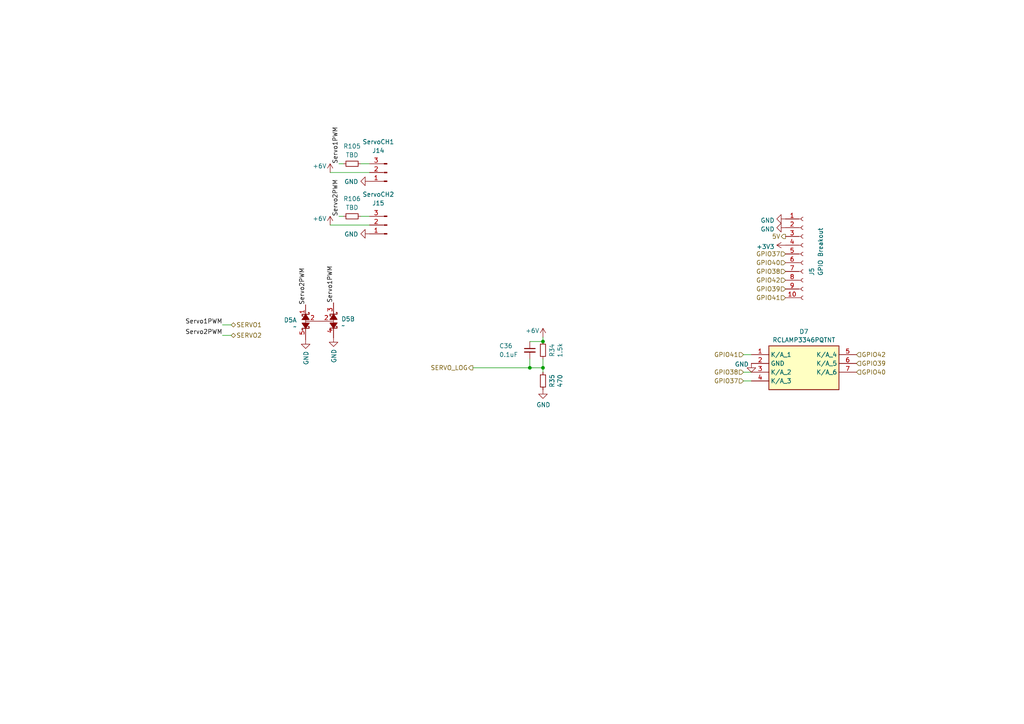
<source format=kicad_sch>
(kicad_sch (version 20231120) (generator "eeschema") (generator_version "8.0")
  (paper "A4")
  (lib_symbols
    (symbol "CPDV5-3V3UP_1"
      (property "Reference" "D" (at 0 -6.85 0))
      (symbol "CPDV5-3V3UP_1_0_1"
        (polyline (pts (xy 0 -17.002) (xy 0 -15.478)))
        (polyline (pts (xy 0 -16.24) (xy 0 -13.7)))
        (polyline (pts (xy 0 -12.938) (xy 0 -14.462)))
        (polyline (pts (xy -1.016 -14.462) (xy 0 -12.938) (xy 1.016 -14.462) (xy -1.016 -14.462)) (stroke (width 0.254)) (fill (type outline)))
        (polyline (pts (xy 1.016 -15.478) (xy 0 -17.002) (xy -1.016 -15.478) (xy 1.016 -15.478)) (stroke (width 0.254)) (fill (type outline)))
        (polyline (pts (xy -0.762 -17.51) (xy -1.016 -17.51) (xy -1.016 -17.002) (xy 1.016 -17.002) (xy 1.016 -16.494) (xy 0.762 -16.494)) (stroke (width 0.254)))
        (polyline (pts (xy 0.762 -12.43) (xy 1.016 -12.43) (xy 1.016 -12.938) (xy -1.016 -12.938) (xy -1.016 -13.446) (xy -0.762 -13.446)) (stroke (width 0.254)))
      )
      (symbol "CPDV5-3V3UP_1_1_1"
        (pin passive line (at 0 -10.16 270) (length 4) (name "") (number "1"))
        (pin passive line (at 3.985 -14.9344 180) (length 4) (name "") (number "2"))
        (pin passive line (at 0 -20.32 90) (length 4) (name "") (number "5"))
      )
      (symbol "CPDV5-3V3UP_1_2_1"
        (pin passive line (at 4.1083 -14.9652 180) (length 4) (name "") (number "2"))
        (pin passive line (at 0 -20.32 90) (length 4) (name "") (number "3"))
        (pin passive line (at 0 -10.16 270) (length 4) (name "") (number "4"))
      )
    )
    (symbol "Connector:Conn_01x03_Male" (pin_names (offset 1.016) hide)
      (property "Reference" "J" (at 0 5.08 0))
      (property "Value" "Conn_01x03_Male" (at 0 -5.08 0))
      (symbol "Conn_01x03_Male_1_1"
        (polyline (pts (xy 1.27 -2.54) (xy 0.8636 -2.54)) (stroke (width 0.1524)))
        (polyline (pts (xy 1.27 0) (xy 0.8636 0)) (stroke (width 0.1524)))
        (polyline (pts (xy 1.27 2.54) (xy 0.8636 2.54)) (stroke (width 0.1524)))
        (rectangle (start 0.8636 -2.413) (end 0 -2.667) (stroke (width 0.1524)) (fill (type outline)))
        (rectangle (start 0.8636 0.127) (end 0 -0.127) (stroke (width 0.1524)) (fill (type outline)))
        (rectangle (start 0.8636 2.667) (end 0 2.413) (stroke (width 0.1524)) (fill (type outline)))
        (pin passive line (at 5.08 2.54 180) (length 3.81) (name "Pin_1") (number "1"))
        (pin passive line (at 5.08 0 180) (length 3.81) (name "Pin_2") (number "2"))
        (pin passive line (at 5.08 -2.54 180) (length 3.81) (name "Pin_3") (number "3"))
      )
    )
    (symbol "Connector:Conn_01x10_Socket" (pin_names (offset 1.016) hide)
      (property "Reference" "J" (at 0 12.7 0))
      (property "Value" "Conn_01x10_Socket" (at 0 -15.24 0))
      (symbol "Conn_01x10_Socket_1_1"
        (arc (start 0 -12.192) (mid -0.5058 -12.7) (end 0 -13.208) (stroke (width 0.1524)))
        (arc (start 0 -9.652) (mid -0.5058 -10.16) (end 0 -10.668) (stroke (width 0.1524)))
        (arc (start 0 -7.112) (mid -0.5058 -7.62) (end 0 -8.128) (stroke (width 0.1524)))
        (arc (start 0 -4.572) (mid -0.5058 -5.08) (end 0 -5.588) (stroke (width 0.1524)))
        (arc (start 0 -2.032) (mid -0.5058 -2.54) (end 0 -3.048) (stroke (width 0.1524)))
        (polyline (pts (xy -1.27 -12.7) (xy -0.508 -12.7)) (stroke (width 0.1524)))
        (polyline (pts (xy -1.27 -10.16) (xy -0.508 -10.16)) (stroke (width 0.1524)))
        (polyline (pts (xy -1.27 -7.62) (xy -0.508 -7.62)) (stroke (width 0.1524)))
        (polyline (pts (xy -1.27 -5.08) (xy -0.508 -5.08)) (stroke (width 0.1524)))
        (polyline (pts (xy -1.27 -2.54) (xy -0.508 -2.54)) (stroke (width 0.1524)))
        (polyline (pts (xy -1.27 0) (xy -0.508 0)) (stroke (width 0.1524)))
        (polyline (pts (xy -1.27 2.54) (xy -0.508 2.54)) (stroke (width 0.1524)))
        (polyline (pts (xy -1.27 5.08) (xy -0.508 5.08)) (stroke (width 0.1524)))
        (polyline (pts (xy -1.27 7.62) (xy -0.508 7.62)) (stroke (width 0.1524)))
        (polyline (pts (xy -1.27 10.16) (xy -0.508 10.16)) (stroke (width 0.1524)))
        (arc (start 0 0.508) (mid -0.5058 0) (end 0 -0.508) (stroke (width 0.1524)))
        (arc (start 0 3.048) (mid -0.5058 2.54) (end 0 2.032) (stroke (width 0.1524)))
        (arc (start 0 5.588) (mid -0.5058 5.08) (end 0 4.572) (stroke (width 0.1524)))
        (arc (start 0 8.128) (mid -0.5058 7.62) (end 0 7.112) (stroke (width 0.1524)))
        (arc (start 0 10.668) (mid -0.5058 10.16) (end 0 9.652) (stroke (width 0.1524)))
        (pin passive line (at -5.08 10.16 0) (length 3.81) (name "Pin_1") (number "1"))
        (pin passive line (at -5.08 -12.7 0) (length 3.81) (name "Pin_10") (number "10"))
        (pin passive line (at -5.08 7.62 0) (length 3.81) (name "Pin_2") (number "2"))
        (pin passive line (at -5.08 5.08 0) (length 3.81) (name "Pin_3") (number "3"))
        (pin passive line (at -5.08 2.54 0) (length 3.81) (name "Pin_4") (number "4"))
        (pin passive line (at -5.08 0 0) (length 3.81) (name "Pin_5") (number "5"))
        (pin passive line (at -5.08 -2.54 0) (length 3.81) (name "Pin_6") (number "6"))
        (pin passive line (at -5.08 -5.08 0) (length 3.81) (name "Pin_7") (number "7"))
        (pin passive line (at -5.08 -7.62 0) (length 3.81) (name "Pin_8") (number "8"))
        (pin passive line (at -5.08 -10.16 0) (length 3.81) (name "Pin_9") (number "9"))
      )
    )
    (symbol "Device:C_Small" (pin_numbers hide) (pin_names (offset 0.254) hide)
      (property "Reference" "C" (at 0.254 1.778 0))
      (property "Value" "C_Small" (at 0.254 -2.032 0))
      (symbol "C_Small_0_1"
        (polyline (pts (xy -1.524 -0.508) (xy 1.524 -0.508)) (stroke (width 0.3302)))
        (polyline (pts (xy -1.524 0.508) (xy 1.524 0.508)) (stroke (width 0.3048)))
      )
      (symbol "C_Small_1_1"
        (pin passive line (at 0 2.54 270) (length 2.032) (name "~") (number "1"))
        (pin passive line (at 0 -2.54 90) (length 2.032) (name "~") (number "2"))
      )
    )
    (symbol "Device:R_Small" (pin_numbers hide) (pin_names (offset 0.254) hide)
      (property "Reference" "R" (at 0.762 0.508 0))
      (property "Value" "R_Small" (at 0.762 -1.016 0))
      (symbol "R_Small_0_1"
        (rectangle (start -0.762 1.778) (end 0.762 -1.778) (stroke (width 0.2032)))
      )
      (symbol "R_Small_1_1"
        (pin passive line (at 0 2.54 270) (length 0.762) (name "~") (number "1"))
        (pin passive line (at 0 -2.54 90) (length 0.762) (name "~") (number "2"))
      )
    )
    (symbol "iclr:CPDV5-3V3UP"
      (property "Reference" "D" (at 0 -6.85 0))
      (symbol "CPDV5-3V3UP_0_1"
        (polyline (pts (xy 0 -17.002) (xy 0 -15.478)))
        (polyline (pts (xy 0 -16.24) (xy 0 -13.7)))
        (polyline (pts (xy 0 -12.938) (xy 0 -14.462)))
        (polyline (pts (xy -1.016 -14.462) (xy 0 -12.938) (xy 1.016 -14.462) (xy -1.016 -14.462)) (stroke (width 0.254)) (fill (type outline)))
        (polyline (pts (xy 1.016 -15.478) (xy 0 -17.002) (xy -1.016 -15.478) (xy 1.016 -15.478)) (stroke (width 0.254)) (fill (type outline)))
        (polyline (pts (xy -0.762 -17.51) (xy -1.016 -17.51) (xy -1.016 -17.002) (xy 1.016 -17.002) (xy 1.016 -16.494) (xy 0.762 -16.494)) (stroke (width 0.254)))
        (polyline (pts (xy 0.762 -12.43) (xy 1.016 -12.43) (xy 1.016 -12.938) (xy -1.016 -12.938) (xy -1.016 -13.446) (xy -0.762 -13.446)) (stroke (width 0.254)))
      )
      (symbol "CPDV5-3V3UP_1_1"
        (pin passive line (at 0 -10.16 270) (length 4) (name "") (number "1"))
        (pin passive line (at 3.985 -14.9344 180) (length 4) (name "") (number "2"))
        (pin passive line (at 0 -20.32 90) (length 4) (name "") (number "5"))
      )
      (symbol "CPDV5-3V3UP_2_1"
        (pin passive line (at 4.1083 -14.9652 180) (length 4) (name "") (number "2"))
        (pin passive line (at 0 -10.16 270) (length 4) (name "") (number "3"))
        (pin passive line (at 0 -20.32 90) (length 4) (name "") (number "4"))
      )
    )
    (symbol "iclr:RCLAMP3346PQTNT"
      (property "Reference" "D" (at 26.67 7.62 0))
      (property "Value" "RCLAMP3346PQTNT" (at 26.67 5.08 0))
      (symbol "RCLAMP3346PQTNT_1_1"
        (rectangle (start 5.08 2.54) (end 25.4 -10.16) (stroke (width 0.254)) (fill (type background)))
        (pin passive line (at 0 0 0) (length 5.08) (name "K/A_1") (number "1"))
        (pin passive line (at 0 -2.54 0) (length 5.08) (name "GND") (number "2"))
        (pin passive line (at 0 -5.08 0) (length 5.08) (name "K/A_2") (number "3"))
        (pin passive line (at 0 -7.62 0) (length 5.08) (name "K/A_3") (number "4"))
        (pin passive line (at 30.48 0 180) (length 5.08) (name "K/A_4") (number "5"))
        (pin passive line (at 30.48 -2.54 180) (length 5.08) (name "K/A_5") (number "6"))
        (pin passive line (at 30.48 -5.08 180) (length 5.08) (name "K/A_6") (number "7"))
      )
    )
    (symbol "power:+3.3V" (power) (pin_names (offset 0))
      (property "Value" "+3.3V" (at 0 3.556 0))
      (symbol "+3.3V_0_1"
        (polyline (pts (xy -0.762 1.27) (xy 0 2.54)))
        (polyline (pts (xy 0 0) (xy 0 2.54)))
        (polyline (pts (xy 0 2.54) (xy 0.762 1.27)))
      )
      (symbol "+3.3V_1_1"
        (pin power_in line (at 0 0 90) (length 0) hide (name "+3V3") (number "1"))
      )
    )
    (symbol "power:+6V" (power) (pin_names (offset 0))
      (property "Value" "+6V" (at 0 3.556 0))
      (symbol "+6V_0_1"
        (polyline (pts (xy -0.762 1.27) (xy 0 2.54)))
        (polyline (pts (xy 0 0) (xy 0 2.54)))
        (polyline (pts (xy 0 2.54) (xy 0.762 1.27)))
      )
      (symbol "+6V_1_1"
        (pin power_in line (at 0 0 90) (length 0) hide (name "+6V") (number "1"))
      )
    )
    (symbol "power:GND" (power) (pin_names (offset 0))
      (property "Value" "GND" (at 0 -3.81 0))
      (symbol "GND_0_1"
        (polyline (pts (xy 0 0) (xy 0 -1.27) (xy 1.27 -1.27) (xy 0 -2.54) (xy -1.27 -1.27) (xy 0 -1.27)))
      )
      (symbol "GND_1_1"
        (pin power_in line (at 0 0 270) (length 0) hide (name "GND") (number "1"))
      )
    )
  )
  (junction (at 157.48 106.68))
  (junction (at 157.48 99.06))
  (junction (at 153.67 106.68))
  (wire (pts (xy 107.188 50.038) (xy 95.758 50.038)))
  (wire (pts (xy 107.188 65.278) (xy 95.758 65.278)))
  (wire (pts (xy 137.16 106.68) (xy 153.67 106.68)))
  (wire (pts (xy 153.67 104.14) (xy 153.67 106.68)))
  (wire (pts (xy 157.48 106.68) (xy 157.48 107.95)))
  (wire (pts (xy 64.516 97.282) (xy 67.056 97.282)))
  (wire (pts (xy 157.48 97.79) (xy 157.48 99.06)))
  (wire (pts (xy 98.298 47.498) (xy 99.568 47.498)))
  (wire (pts (xy 98.298 62.738) (xy 99.568 62.738)))
  (wire (pts (xy 153.67 106.68) (xy 157.48 106.68)))
  (wire (pts (xy 153.67 99.06) (xy 157.48 99.06)))
  (wire (pts (xy 215.646 110.49) (xy 217.932 110.49)))
  (wire (pts (xy 215.646 107.95) (xy 217.932 107.95)))
  (wire (pts (xy 104.648 47.498) (xy 107.188 47.498)))
  (wire (pts (xy 215.646 102.87) (xy 217.932 102.87)))
  (wire (pts (xy 157.48 104.14) (xy 157.48 106.68)))
  (wire (pts (xy 64.516 94.234) (xy 67.056 94.234)))
  (wire (pts (xy 104.648 62.738) (xy 107.188 62.738)))
  (label "Servo2PWM" (at 88.646 88.392 90))
  (label "Servo1PWM" (at 96.7393 87.8116 90))
  (label "Servo1PWM" (at 98.298 47.498 90))
  (label "Servo1PWM" (at 64.516 94.234 180))
  (label "Servo2PWM" (at 64.516 97.282 180))
  (label "Servo2PWM" (at 98.298 62.738 90))
  (hierarchical_label "GPIO38" (shape input) (at 227.838 78.74 180))
  (hierarchical_label "SERVO1" (shape bidirectional) (at 67.056 94.234 0))
  (hierarchical_label "GPIO37" (shape input) (at 227.838 73.66 180))
  (hierarchical_label "GPIO38" (shape input) (at 215.646 107.95 180))
  (hierarchical_label "GPIO40" (shape input) (at 248.412 107.95 0))
  (hierarchical_label "GPIO41" (shape input) (at 227.838 86.36 180))
  (hierarchical_label "5V" (shape output) (at 227.838 68.58 180))
  (hierarchical_label "GPIO39" (shape input) (at 227.838 83.82 180))
  (hierarchical_label "GPIO40" (shape input) (at 227.838 76.2 180))
  (hierarchical_label "SERVO_LOG" (shape output) (at 137.16 106.68 180))
  (hierarchical_label "GPIO42" (shape input) (at 227.838 81.28 180))
  (hierarchical_label "GPIO41" (shape input) (at 215.646 102.87 180))
  (hierarchical_label "GPIO39" (shape input) (at 248.412 105.41 0))
  (hierarchical_label "GPIO42" (shape input) (at 248.412 102.87 0))
  (hierarchical_label "SERVO2" (shape bidirectional) (at 67.056 97.282 0))
  (hierarchical_label "GPIO37" (shape input) (at 215.646 110.49 180))
  (symbol (lib_id "Connector:Conn_01x10_Socket") (at 232.918 73.66 0) (unit 1)
    (property "Reference" "J5" (at 235.458 80.01 90) (effects (justify left)))
    (property "Value" "GPIO Breakout" (at 237.9949 80.01 90) (effects (justify left)))
    (property "Footprint" "Connector_PinSocket_2.54mm:PinSocket_2x05_P2.54mm_Vertical" (effects (hide yes)))
    (property "Description" "Generic connector, single row, 01x10, script generated" (effects (hide yes)))
  )
  (symbol (lib_id "Device:R_Small") (at 102.108 47.498 90) (unit 1)
    (property "Reference" "R105" (at 102.108 42.418 90))
    (property "Value" "TBD" (at 102.108 44.958 90))
    (property "Footprint" "Resistor_SMD:R_0402_1005Metric" (effects (hide yes)))
    (property "Description" "Resistor, small symbol" (effects (hide yes)))
  )
  (symbol (lib_id "power:+6V") (at 95.758 50.038 0) (unit 1)
    (property "Reference" "#PWR0183" (effects (hide yes)))
    (property "Value" "+6V" (at 92.6933 48.1658 0))
  )
  (symbol (lib_id "Connector:Conn_01x03_Male") (at 112.268 50.038 180) (unit 1)
    (property "Reference" "J14" (at 109.728 43.688 0))
    (property "Value" "ServoCH1" (at 109.728 41.148 0))
    (property "Footprint" "Connector_Molex:Molex_Nano-Fit_105313-xx03_1x03_P2.50mm_Horizontal" (effects (hide yes)))
  )
  (symbol (lib_id "iclr:CPDV5-3V3UP") (at 88.646 78.232 0) (unit 1)
    (property "Reference" "D5" (at 86.106 92.8369 0) (effects (justify right)))
    (property "Value" "~" (at 86.106 94.742 0) (effects (justify right)))
    (property "Footprint" "Package_TO_SOT_SMD:SOT-353_SC-70-5" (effects (hide yes)))
    (property "Datasheet" "https://www.mouser.co.uk/datasheet/2/80/CPDV5_3V3UP_HF_RevB181493-2505215.pdf" (effects (hide yes)))
    (property "Description" "2 channel double backed zener TVS diode" (effects (hide yes)))
  )
  (symbol (lib_id "Device:R_Small") (at 102.108 62.738 90) (unit 1)
    (property "Reference" "R106" (at 102.108 57.658 90))
    (property "Value" "TBD" (at 102.108 60.198 90))
    (property "Footprint" "Resistor_SMD:R_0402_1005Metric" (effects (hide yes)))
    (property "Description" "Resistor, small symbol" (effects (hide yes)))
  )
  (symbol (lib_id "power:GND") (at 227.838 66.04 270) (unit 1)
    (property "Reference" "#PWR085" (effects (hide yes)))
    (property "Value" "GND" (at 224.6631 66.4738 90) (effects (justify right)))
  )
  (symbol (lib_id "power:GND") (at 217.932 105.41 0) (unit 1)
    (property "Reference" "#PWR066" (effects (hide yes)))
    (property "Value" "GND" (at 215.138 105.664 0))
  )
  (symbol (lib_id "power:GND") (at 107.188 67.818 270) (unit 1)
    (property "Reference" "#PWR0186" (effects (hide yes)))
    (property "Value" "GND" (at 103.9368 67.945 90) (effects (justify right)))
  )
  (symbol (lib_id "power:+3.3V") (at 227.838 71.12 90) (unit 1)
    (property "Reference" "#PWR079" (effects (hide yes)))
    (property "Value" "+3V3" (at 224.663 71.5538 90) (effects (justify left)))
  )
  (symbol (lib_id "power:+6V") (at 95.758 65.278 0) (unit 1)
    (property "Reference" "#PWR0184" (effects (hide yes)))
    (property "Value" "+6V" (at 92.6933 63.4058 0))
  )
  (symbol (lib_id "power:GND") (at 96.7393 97.9716 0) (unit 1)
    (property "Reference" "#PWR0182" (effects (hide yes)))
    (property "Value" "GND" (at 96.8663 101.2228 90) (effects (justify right)))
  )
  (symbol (lib_id "power:GND") (at 107.188 52.578 270) (unit 1)
    (property "Reference" "#PWR0185" (effects (hide yes)))
    (property "Value" "GND" (at 103.9368 52.705 90) (effects (justify right)))
  )
  (symbol (lib_id "power:GND") (at 227.838 63.5 270) (unit 1)
    (property "Reference" "#PWR078" (effects (hide yes)))
    (property "Value" "GND" (at 224.6631 63.9338 90) (effects (justify right)))
  )
  (symbol (lib_name "CPDV5-3V3UP_1") (lib_id "iclr:CPDV5-3V3UP") (at 96.7393 108.1316 180) (unit 2)
    (property "Reference" "D5" (at 98.981 92.5265 0) (effects (justify right)))
    (property "Value" "~" (at 98.981 94.4316 0) (effects (justify right)))
    (property "Footprint" "Package_TO_SOT_SMD:SOT-353_SC-70-5" (effects (hide yes)))
    (property "Datasheet" "https://www.mouser.co.uk/datasheet/2/80/CPDV5_3V3UP_HF_RevB181493-2505215.pdf" (effects (hide yes)))
    (property "Description" "2 channel double backed zener TVS diode" (effects (hide yes)))
  )
  (symbol (lib_id "power:GND") (at 157.48 113.03 0) (unit 1)
    (property "Reference" "#PWR083" (effects (hide yes)))
    (property "Value" "GND" (at 157.607 117.4242 0))
  )
  (symbol (lib_id "power:GND") (at 88.646 98.552 0) (unit 1)
    (property "Reference" "#PWR0180" (effects (hide yes)))
    (property "Value" "GND" (at 88.773 101.8032 90) (effects (justify right)))
  )
  (symbol (lib_id "Connector:Conn_01x03_Male") (at 112.268 65.278 180) (unit 1)
    (property "Reference" "J15" (at 109.728 58.928 0))
    (property "Value" "ServoCH2" (at 109.728 56.388 0))
    (property "Footprint" "Connector_Molex:Molex_Nano-Fit_105313-xx03_1x03_P2.50mm_Horizontal" (effects (hide yes)))
  )
  (symbol (lib_id "Device:R_Small") (at 157.48 101.6 180) (unit 1)
    (property "Reference" "R34" (at 160.1216 101.6 90))
    (property "Value" "1.5k" (at 162.433 101.6 90))
    (property "Footprint" "Resistor_SMD:R_0402_1005Metric" (effects (hide yes)))
  )
  (symbol (lib_id "power:+6V") (at 157.48 97.79 0) (unit 1)
    (property "Reference" "#PWR082" (effects (hide yes)))
    (property "Value" "+6V" (at 154.4153 95.9178 0))
  )
  (symbol (lib_id "Device:C_Small") (at 153.67 101.6 0) (unit 1)
    (property "Reference" "C36" (at 144.78 100.33 0) (effects (justify left)))
    (property "Value" "0.1uF" (at 144.78 102.87 0) (effects (justify left)))
    (property "Footprint" "Capacitor_SMD:C_0402_1005Metric" (effects (hide yes)))
  )
  (symbol (lib_id "Device:R_Small") (at 157.48 110.49 180) (unit 1)
    (property "Reference" "R35" (at 160.1216 110.49 90))
    (property "Value" "470" (at 162.433 110.49 90))
    (property "Footprint" "Resistor_SMD:R_0402_1005Metric" (effects (hide yes)))
  )
  (symbol (lib_id "iclr:RCLAMP3346PQTNT") (at 217.932 102.87 0) (unit 1)
    (property "Reference" "D7" (at 233.172 96.1855 0))
    (property "Value" "RCLAMP3346PQTNT" (at 233.172 98.6098 0))
    (property "Footprint" "iclr:RCLAMP3346PQTNT" (effects (hide yes)))
    (property "Description" "ESD Suppressors / TVS Diodes 6Line ESD protection automotive grade" (effects (hide yes)))
    (property "Height" "0.53" (effects (hide yes)))
    (property "Mouser Part Number" "947-RCLAMP3346PQTNT" (effects (hide yes)))
    (property "Mouser Price/Stock" "https://www.mouser.co.uk/ProductDetail/Semtech/RCLAMP3346PQTNT?qs=gTYE2QTfZfTlZML4DB76Nw%3D%3D" (effects (hide yes)))
    (property "Manufacturer_Name" "SEMTECH" (effects (hide yes)))
    (property "Manufacturer_Part_Number" "RCLAMP3346PQTNT" (effects (hide yes)))
  )
)
</source>
